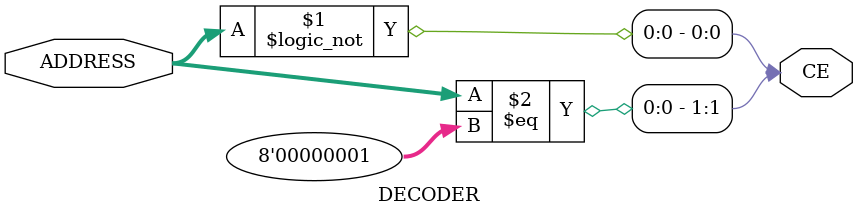
<source format=v>
/* Examples for representation of multiple bits */
/* Cited from http://research.kek.jp/people/uchida/educations/verilogHDL/index.html*/

module DECODER(
  ADDRESS , // in  : Input  , Address[7:0]
  CE        // out : Output , Chip enable[1:0]
);


  input   [7:0]  ADDRESS ;
  output  [1:0]  CE      ;
  

  wire    [1:0]  CE      ;
  
  assign  CE[0] = (ADDRESS[7:0]==8'h0);
  assign  CE[1] = (ADDRESS[7:0]==8'h1);

endmodule
  
</source>
